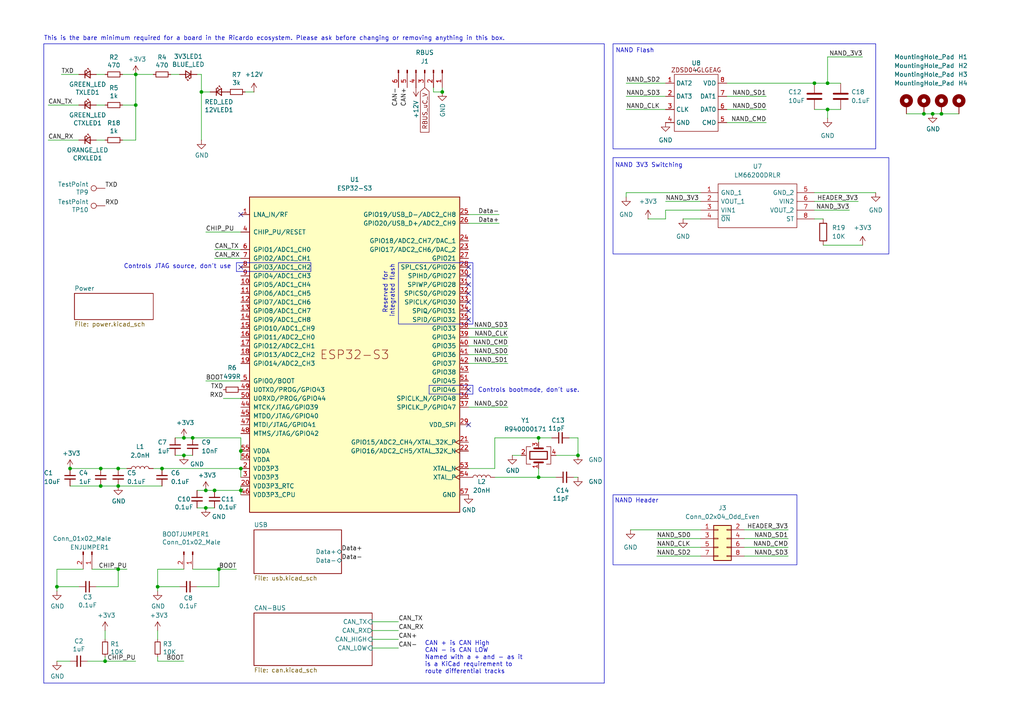
<source format=kicad_sch>
(kicad_sch (version 20231120) (generator "eeschema") (generator_version "8.0")
  (paper "A4")
  (lib_symbols
    (symbol "Connector:Conn_01x02_Male" (pin_names (offset 1.016) hide)
      (property "Reference" "J" (at 0 2.54 0))
      (property "Value" "Conn_01x02_Male" (at 0 -5.08 0))
      (symbol "Conn_01x02_Male_1_1"
        (polyline (pts (xy 1.27 -2.54) (xy 0.8636 -2.54)) (stroke (width 0.1524)))
        (polyline (pts (xy 1.27 0) (xy 0.8636 0)) (stroke (width 0.1524)))
        (rectangle (start 0.8636 -2.413) (end 0 -2.667) (stroke (width 0.1524)) (fill (type outline)))
        (rectangle (start 0.8636 0.127) (end 0 -0.127) (stroke (width 0.1524)) (fill (type outline)))
        (pin passive line (at 5.08 0 180) (length 3.81) (name "Pin_1") (number "1"))
        (pin passive line (at 5.08 -2.54 180) (length 3.81) (name "Pin_2") (number "2"))
      )
    )
    (symbol "Connector:Conn_01x06_Male" (pin_names (offset 1.016) hide)
      (property "Reference" "J" (at 0 7.62 0))
      (property "Value" "Conn_01x06_Male" (at 0 -10.16 0))
      (symbol "Conn_01x06_Male_1_1"
        (polyline (pts (xy 1.27 -7.62) (xy 0.8636 -7.62)) (stroke (width 0.1524)))
        (polyline (pts (xy 1.27 -5.08) (xy 0.8636 -5.08)) (stroke (width 0.1524)))
        (polyline (pts (xy 1.27 -2.54) (xy 0.8636 -2.54)) (stroke (width 0.1524)))
        (polyline (pts (xy 1.27 0) (xy 0.8636 0)) (stroke (width 0.1524)))
        (polyline (pts (xy 1.27 2.54) (xy 0.8636 2.54)) (stroke (width 0.1524)))
        (polyline (pts (xy 1.27 5.08) (xy 0.8636 5.08)) (stroke (width 0.1524)))
        (rectangle (start 0.8636 -7.493) (end 0 -7.747) (stroke (width 0.1524)) (fill (type outline)))
        (rectangle (start 0.8636 -4.953) (end 0 -5.207) (stroke (width 0.1524)) (fill (type outline)))
        (rectangle (start 0.8636 -2.413) (end 0 -2.667) (stroke (width 0.1524)) (fill (type outline)))
        (rectangle (start 0.8636 0.127) (end 0 -0.127) (stroke (width 0.1524)) (fill (type outline)))
        (rectangle (start 0.8636 2.667) (end 0 2.413) (stroke (width 0.1524)) (fill (type outline)))
        (rectangle (start 0.8636 5.207) (end 0 4.953) (stroke (width 0.1524)) (fill (type outline)))
        (pin passive line (at 5.08 5.08 180) (length 3.81) (name "Pin_1") (number "1"))
        (pin passive line (at 5.08 2.54 180) (length 3.81) (name "Pin_2") (number "2"))
        (pin passive line (at 5.08 0 180) (length 3.81) (name "Pin_3") (number "3"))
        (pin passive line (at 5.08 -2.54 180) (length 3.81) (name "Pin_4") (number "4"))
        (pin passive line (at 5.08 -5.08 180) (length 3.81) (name "Pin_5") (number "5"))
        (pin passive line (at 5.08 -7.62 180) (length 3.81) (name "Pin_6") (number "6"))
      )
    )
    (symbol "Connector:TestPoint" (pin_numbers hide) (pin_names (offset 0.762) hide)
      (property "Reference" "TP" (at 0 6.858 0))
      (property "Value" "TestPoint" (at 0 5.08 0))
      (symbol "TestPoint_0_1"
        (circle (center 0 3.302) (radius 0.762))
      )
      (symbol "TestPoint_1_1"
        (pin passive line (at 0 0 90) (length 2.54) (name "1") (number "1"))
      )
    )
    (symbol "Connector_Generic:Conn_02x04_Odd_Even" (pin_names (offset 1.016) hide)
      (property "Reference" "J" (at 1.27 5.08 0))
      (property "Value" "Conn_02x04_Odd_Even" (at 1.27 -7.62 0))
      (symbol "Conn_02x04_Odd_Even_1_1"
        (rectangle (start -1.27 -4.953) (end 0 -5.207) (stroke (width 0.1524)))
        (rectangle (start -1.27 -2.413) (end 0 -2.667) (stroke (width 0.1524)))
        (rectangle (start -1.27 0.127) (end 0 -0.127) (stroke (width 0.1524)))
        (rectangle (start -1.27 2.667) (end 0 2.413) (stroke (width 0.1524)))
        (rectangle (start -1.27 3.81) (end 3.81 -6.35) (stroke (width 0.254)) (fill (type background)))
        (rectangle (start 3.81 -4.953) (end 2.54 -5.207) (stroke (width 0.1524)))
        (rectangle (start 3.81 -2.413) (end 2.54 -2.667) (stroke (width 0.1524)))
        (rectangle (start 3.81 0.127) (end 2.54 -0.127) (stroke (width 0.1524)))
        (rectangle (start 3.81 2.667) (end 2.54 2.413) (stroke (width 0.1524)))
        (pin passive line (at -5.08 2.54 0) (length 3.81) (name "Pin_1") (number "1"))
        (pin passive line (at 7.62 2.54 180) (length 3.81) (name "Pin_2") (number "2"))
        (pin passive line (at -5.08 0 0) (length 3.81) (name "Pin_3") (number "3"))
        (pin passive line (at 7.62 0 180) (length 3.81) (name "Pin_4") (number "4"))
        (pin passive line (at -5.08 -2.54 0) (length 3.81) (name "Pin_5") (number "5"))
        (pin passive line (at 7.62 -2.54 180) (length 3.81) (name "Pin_6") (number "6"))
        (pin passive line (at -5.08 -5.08 0) (length 3.81) (name "Pin_7") (number "7"))
        (pin passive line (at 7.62 -5.08 180) (length 3.81) (name "Pin_8") (number "8"))
      )
    )
    (symbol "Device:C" (pin_numbers hide) (pin_names (offset 0.254))
      (property "Reference" "C" (at 0.635 2.54 0))
      (property "Value" "C" (at 0.635 -2.54 0))
      (symbol "C_0_1"
        (polyline (pts (xy -2.032 -0.762) (xy 2.032 -0.762)) (stroke (width 0.508)))
        (polyline (pts (xy -2.032 0.762) (xy 2.032 0.762)) (stroke (width 0.508)))
      )
      (symbol "C_1_1"
        (pin passive line (at 0 3.81 270) (length 2.794) (name "~") (number "1"))
        (pin passive line (at 0 -3.81 90) (length 2.794) (name "~") (number "2"))
      )
    )
    (symbol "Device:C_Small" (pin_numbers hide) (pin_names (offset 0.254) hide)
      (property "Reference" "C" (at 0.254 1.778 0))
      (property "Value" "C_Small" (at 0.254 -2.032 0))
      (symbol "C_Small_0_1"
        (polyline (pts (xy -1.524 -0.508) (xy 1.524 -0.508)) (stroke (width 0.3302)))
        (polyline (pts (xy -1.524 0.508) (xy 1.524 0.508)) (stroke (width 0.3048)))
      )
      (symbol "C_Small_1_1"
        (pin passive line (at 0 2.54 270) (length 2.032) (name "~") (number "1"))
        (pin passive line (at 0 -2.54 90) (length 2.032) (name "~") (number "2"))
      )
    )
    (symbol "Device:Crystal_GND24" (pin_names (offset 1.016) hide)
      (property "Reference" "Y" (at 3.175 5.08 0))
      (property "Value" "Crystal_GND24" (at 3.175 3.175 0))
      (symbol "Crystal_GND24_0_1"
        (rectangle (start -1.143 2.54) (end 1.143 -2.54) (stroke (width 0.3048)))
        (polyline (pts (xy -2.54 0) (xy -2.032 0)))
        (polyline (pts (xy -2.032 -1.27) (xy -2.032 1.27)) (stroke (width 0.508)))
        (polyline (pts (xy 0 -3.81) (xy 0 -3.556)))
        (polyline (pts (xy 0 3.556) (xy 0 3.81)))
        (polyline (pts (xy 2.032 -1.27) (xy 2.032 1.27)) (stroke (width 0.508)))
        (polyline (pts (xy 2.032 0) (xy 2.54 0)))
        (polyline (pts (xy -2.54 -2.286) (xy -2.54 -3.556) (xy 2.54 -3.556) (xy 2.54 -2.286)))
        (polyline (pts (xy -2.54 2.286) (xy -2.54 3.556) (xy 2.54 3.556) (xy 2.54 2.286)))
      )
      (symbol "Crystal_GND24_1_1"
        (pin passive line (at -3.81 0 0) (length 1.27) (name "1") (number "1"))
        (pin passive line (at 0 5.08 270) (length 1.27) (name "2") (number "2"))
        (pin passive line (at 3.81 0 180) (length 1.27) (name "3") (number "3"))
        (pin passive line (at 0 -5.08 90) (length 1.27) (name "4") (number "4"))
      )
    )
    (symbol "Device:L" (pin_numbers hide) (pin_names (offset 1.016) hide)
      (property "Reference" "L" (at -1.27 0 90))
      (property "Value" "L" (at 1.905 0 90))
      (symbol "L_0_1"
        (arc (start 0 -2.54) (mid 0.6323 -1.905) (end 0 -1.27))
        (arc (start 0 -1.27) (mid 0.6323 -0.635) (end 0 0))
        (arc (start 0 0) (mid 0.6323 0.635) (end 0 1.27))
        (arc (start 0 1.27) (mid 0.6323 1.905) (end 0 2.54))
      )
      (symbol "L_1_1"
        (pin passive line (at 0 3.81 270) (length 1.27) (name "1") (number "1"))
        (pin passive line (at 0 -3.81 90) (length 1.27) (name "2") (number "2"))
      )
    )
    (symbol "Device:LED_Small" (pin_numbers hide) (pin_names (offset 0.254) hide)
      (property "Reference" "D" (at -1.27 3.175 0))
      (property "Value" "LED_Small" (at -4.445 -2.54 0))
      (symbol "LED_Small_0_1"
        (polyline (pts (xy -0.762 -1.016) (xy -0.762 1.016)) (stroke (width 0.254)))
        (polyline (pts (xy 1.016 0) (xy -0.762 0)))
        (polyline (pts (xy 0.762 -1.016) (xy -0.762 0) (xy 0.762 1.016) (xy 0.762 -1.016)) (stroke (width 0.254)))
        (polyline (pts (xy 0 0.762) (xy -0.508 1.27) (xy -0.254 1.27) (xy -0.508 1.27) (xy -0.508 1.016)))
        (polyline (pts (xy 0.508 1.27) (xy 0 1.778) (xy 0.254 1.778) (xy 0 1.778) (xy 0 1.524)))
      )
      (symbol "LED_Small_1_1"
        (pin passive line (at -2.54 0 0) (length 1.778) (name "K") (number "1"))
        (pin passive line (at 2.54 0 180) (length 1.778) (name "A") (number "2"))
      )
    )
    (symbol "Device:R" (pin_numbers hide) (pin_names (offset 0))
      (property "Reference" "R" (at 2.032 0 90))
      (property "Value" "R" (at 0 0 90))
      (symbol "R_0_1"
        (rectangle (start -1.016 -2.54) (end 1.016 2.54) (stroke (width 0.254)))
      )
      (symbol "R_1_1"
        (pin passive line (at 0 3.81 270) (length 1.27) (name "~") (number "1"))
        (pin passive line (at 0 -3.81 90) (length 1.27) (name "~") (number "2"))
      )
    )
    (symbol "Device:R_Small" (pin_numbers hide) (pin_names (offset 0.254) hide)
      (property "Reference" "R" (at 0.762 0.508 0))
      (property "Value" "R_Small" (at 0.762 -1.016 0))
      (symbol "R_Small_0_1"
        (rectangle (start -0.762 1.778) (end 0.762 -1.778) (stroke (width 0.2032)))
      )
      (symbol "R_Small_1_1"
        (pin passive line (at 0 2.54 270) (length 0.762) (name "~") (number "1"))
        (pin passive line (at 0 -2.54 90) (length 0.762) (name "~") (number "2"))
      )
    )
    (symbol "Espressif:ESP32-S3" (pin_names (offset 1.016))
      (property "Reference" "U" (at 0 48.26 0))
      (property "Value" "ESP32-S3" (at 0 -48.26 0))
      (symbol "ESP32-S3_0_0"
        (text "ESP32-S3" (at 0 0 0) (effects (font (size 2.54 2.54))))
        (pin bidirectional line (at 33.02 -12.7 180) (length 2.54) (name "SPICLK_N/GPIO48") (number "36"))
        (pin bidirectional line (at 33.02 -15.24 180) (length 2.54) (name "SPICLK_P/GPIO47") (number "37"))
      )
      (symbol "ESP32-S3_0_1"
        (rectangle (start -30.48 45.72) (end 30.48 -45.72) (stroke (width 0.254)) (fill (type background)))
      )
      (symbol "ESP32-S3_1_1"
        (pin bidirectional line (at -33.02 40.64 0) (length 2.54) (name "LNA_IN/RF") (number "1"))
        (pin bidirectional line (at -33.02 20.32 0) (length 2.54) (name "GPIO5/ADC1_CH4") (number "10"))
        (pin bidirectional line (at -33.02 17.78 0) (length 2.54) (name "GPIO6/ADC1_CH5") (number "11"))
        (pin bidirectional line (at -33.02 15.24 0) (length 2.54) (name "GPIO7/ADC1_CH6") (number "12"))
        (pin bidirectional line (at -33.02 12.7 0) (length 2.54) (name "GPIO8/ADC1_CH7") (number "13"))
        (pin bidirectional line (at -33.02 10.16 0) (length 2.54) (name "GPIO9/ADC1_CH8") (number "14"))
        (pin bidirectional line (at -33.02 7.62 0) (length 2.54) (name "GPIO10/ADC1_CH9") (number "15"))
        (pin bidirectional line (at -33.02 5.08 0) (length 2.54) (name "GPIO11/ADC2_CH0") (number "16"))
        (pin bidirectional line (at -33.02 2.54 0) (length 2.54) (name "GPIO12/ADC2_CH1") (number "17"))
        (pin bidirectional line (at -33.02 0 0) (length 2.54) (name "GPIO13/ADC2_CH2") (number "18"))
        (pin bidirectional line (at -33.02 -2.54 0) (length 2.54) (name "GPIO14/ADC2_CH3") (number "19"))
        (pin power_in line (at -33.02 -33.02 0) (length 2.54) (name "VDD3P3") (number "2"))
        (pin power_in line (at -33.02 -38.1 0) (length 2.54) (name "VDD3P3_RTC") (number "20"))
        (pin input clock (at 33.02 -25.4 180) (length 2.54) (name "GPIO15/ADC2_CH4/XTAL_32K_P") (number "21"))
        (pin output clock (at 33.02 -27.94 180) (length 2.54) (name "GPIO16/ADC2_CH5/XTAL_32K_N") (number "22"))
        (pin bidirectional line (at 33.02 30.48 180) (length 2.54) (name "GPIO17/ADC2_CH6/DAC_2") (number "23"))
        (pin bidirectional line (at 33.02 33.02 180) (length 2.54) (name "GPIO18/ADC2_CH7/DAC_1") (number "24"))
        (pin bidirectional line (at 33.02 40.64 180) (length 2.54) (name "GPIO19/USB_D-/ADC2_CH8") (number "25"))
        (pin bidirectional line (at 33.02 38.1 180) (length 2.54) (name "GPIO20/USB_D+/ADC2_CH9") (number "26"))
        (pin bidirectional line (at 33.02 27.94 180) (length 2.54) (name "GPIO21") (number "27"))
        (pin bidirectional line (at 33.02 25.4 180) (length 2.54) (name "SPI_CS1/GPIO26") (number "28"))
        (pin power_out line (at 33.02 -20.32 180) (length 2.54) (name "VDD_SPI") (number "29"))
        (pin power_in line (at -33.02 -35.56 0) (length 2.54) (name "VDD3P3") (number "3"))
        (pin bidirectional line (at 33.02 22.86 180) (length 2.54) (name "SPIHD/GPIO27") (number "30"))
        (pin bidirectional line (at 33.02 20.32 180) (length 2.54) (name "SPIWP/GPIO28") (number "31"))
        (pin bidirectional line (at 33.02 17.78 180) (length 2.54) (name "SPICS0/GPIO29") (number "32"))
        (pin bidirectional line (at 33.02 15.24 180) (length 2.54) (name "SPICLK/GPIO30") (number "33"))
        (pin bidirectional line (at 33.02 12.7 180) (length 2.54) (name "SPIQ/GPIO31") (number "34"))
        (pin bidirectional line (at 33.02 10.16 180) (length 2.54) (name "SPID/GPIO32") (number "35"))
        (pin bidirectional line (at 33.02 7.62 180) (length 2.54) (name "GPIO33") (number "38"))
        (pin bidirectional line (at 33.02 5.08 180) (length 2.54) (name "GPIO34") (number "39"))
        (pin input line (at -33.02 35.56 0) (length 2.54) (name "CHIP_PU/RESET") (number "4"))
        (pin bidirectional line (at 33.02 2.54 180) (length 2.54) (name "GPIO35") (number "40"))
        (pin bidirectional line (at 33.02 0 180) (length 2.54) (name "GPIO36") (number "41"))
        (pin bidirectional line (at 33.02 -2.54 180) (length 2.54) (name "GPIO37") (number "42"))
        (pin bidirectional line (at 33.02 -5.08 180) (length 2.54) (name "GPIO38") (number "43"))
        (pin bidirectional line (at -33.02 -15.24 0) (length 2.54) (name "MTCK/JTAG/GPIO39") (number "44"))
        (pin bidirectional line (at -33.02 -17.78 0) (length 2.54) (name "MTDO/JTAG/GPIO40") (number "45"))
        (pin power_in line (at -33.02 -40.64 0) (length 2.54) (name "VDD3P3_CPU") (number "46"))
        (pin bidirectional line (at -33.02 -20.32 0) (length 2.54) (name "MTDI/JTAG/GPIO41") (number "47"))
        (pin bidirectional line (at -33.02 -22.86 0) (length 2.54) (name "MTMS/JTAG/GPIO42") (number "48"))
        (pin bidirectional line (at -33.02 -10.16 0) (length 2.54) (name "U0TXD/PROG/GPIO43") (number "49"))
        (pin bidirectional line (at -33.02 -7.62 0) (length 2.54) (name "GPIO0/BOOT") (number "5"))
        (pin bidirectional line (at -33.02 -12.7 0) (length 2.54) (name "U0RXD/PROG/GPIO44") (number "50"))
        (pin bidirectional line (at 33.02 -7.62 180) (length 2.54) (name "GPIO45") (number "51"))
        (pin bidirectional line (at 33.02 -10.16 180) (length 2.54) (name "GPIO46") (number "52"))
        (pin input clock (at 33.02 -33.02 180) (length 2.54) (name "XTAL_N") (number "53"))
        (pin output clock (at 33.02 -35.56 180) (length 2.54) (name "XTAL_P") (number "54"))
        (pin power_in line (at -33.02 -27.94 0) (length 2.54) (name "VDDA") (number "55"))
        (pin power_in line (at -33.02 -30.48 0) (length 2.54) (name "VDDA") (number "56"))
        (pin power_in line (at 33.02 -40.64 180) (length 2.54) (name "GND") (number "57"))
        (pin bidirectional line (at -33.02 30.48 0) (length 2.54) (name "GPIO1/ADC1_CH0") (number "6"))
        (pin bidirectional line (at -33.02 27.94 0) (length 2.54) (name "GPIO2/ADC1_CH1") (number "7"))
        (pin bidirectional line (at -33.02 25.4 0) (length 2.54) (name "GPIO3/ADC1_CH2") (number "8"))
        (pin bidirectional line (at -33.02 22.86 0) (length 2.54) (name "GPIO4/ADC1_CH3") (number "9"))
      )
    )
    (symbol "Mechanical:MountingHole_Pad" (pin_numbers hide) (pin_names (offset 1.016) hide) (exclude_from_sim yes) (in_bom no)
      (property "Reference" "H" (at 0 6.35 0))
      (property "Value" "MountingHole_Pad" (at 0 4.445 0))
      (symbol "MountingHole_Pad_0_1"
        (circle (center 0 1.27) (radius 1.27) (stroke (width 1.27)))
      )
      (symbol "MountingHole_Pad_1_1"
        (pin input line (at 0 -2.54 90) (length 2.54) (name "1") (number "1"))
      )
    )
    (symbol "iclr:LM66200DRLR" (pin_names (offset 0.762))
      (property "Reference" "U" (at 29.21 7.62 0))
      (property "Value" "LM66200DRLR" (at 29.21 5.08 0))
      (symbol "LM66200DRLR_0_0"
        (pin passive line (at 0 0 0) (length 5.08) (name "GND_1") (number "1"))
        (pin passive line (at 0 -2.54 0) (length 5.08) (name "VOUT_1") (number "2"))
        (pin passive line (at 0 -5.08 0) (length 5.08) (name "VIN1") (number "3"))
        (pin passive line (at 0 -7.62 0) (length 5.08) (name "~{ON}") (number "4"))
        (pin passive line (at 33.02 0 180) (length 5.08) (name "GND_2") (number "5"))
        (pin passive line (at 33.02 -2.54 180) (length 5.08) (name "VIN2") (number "6"))
        (pin passive line (at 33.02 -5.08 180) (length 5.08) (name "VOUT_2") (number "7"))
        (pin passive line (at 33.02 -7.62 180) (length 5.08) (name "ST") (number "8"))
      )
      (symbol "LM66200DRLR_0_1"
        (polyline (pts (xy 5.08 2.54) (xy 27.94 2.54) (xy 27.94 -10.16) (xy 5.08 -10.16) (xy 5.08 2.54)) (stroke (width 0.1524)))
      )
    )
    (symbol "iclr:ZDSD04GLGEAG"
      (property "Reference" "U" (at 0 3.81 0))
      (symbol "ZDSD04GLGEAG_0_1"
        (rectangle (start -6.35 0) (end 6.35 -16.51))
      )
      (symbol "ZDSD04GLGEAG_1_1"
        (text "ZDSD04GLGEAG" (at 0 1.27 0) (effects (font (size 1.27 1.27))))
        (pin bidirectional line (at -8.89 -2.54 0) (length 2.54) (name "DAT2") (number "1"))
        (pin bidirectional line (at -8.89 -6.35 0) (length 2.54) (name "DAT3") (number "2"))
        (pin input line (at -8.89 -10.16 0) (length 2.54) (name "CLK") (number "3"))
        (pin input line (at -8.89 -13.97 0) (length 2.54) (name "GND") (number "4"))
        (pin input line (at 8.89 -13.97 180) (length 2.54) (name "CMD") (number "5"))
        (pin bidirectional line (at 8.89 -10.16 180) (length 2.54) (name "DAT0") (number "6"))
        (pin bidirectional line (at 8.89 -6.35 180) (length 2.54) (name "DAT1") (number "7"))
        (pin input line (at 8.89 -2.54 180) (length 2.54) (name "VDD") (number "8"))
      )
    )
    (symbol "power:+12V" (power) (pin_numbers hide) (pin_names (offset 0) hide)
      (property "Value" "+12V" (at 0 3.556 0))
      (symbol "+12V_0_1"
        (polyline (pts (xy -0.762 1.27) (xy 0 2.54)))
        (polyline (pts (xy 0 0) (xy 0 2.54)))
        (polyline (pts (xy 0 2.54) (xy 0.762 1.27)))
      )
      (symbol "+12V_1_1"
        (pin power_in line (at 0 0 90) (length 0) (name "~") (number "1"))
      )
    )
    (symbol "power:+3.3V" (power) (pin_numbers hide) (pin_names (offset 0) hide)
      (property "Value" "+3.3V" (at 0 3.556 0))
      (symbol "+3.3V_0_1"
        (polyline (pts (xy -0.762 1.27) (xy 0 2.54)))
        (polyline (pts (xy 0 0) (xy 0 2.54)))
        (polyline (pts (xy 0 2.54) (xy 0.762 1.27)))
      )
      (symbol "+3.3V_1_1"
        (pin power_in line (at 0 0 90) (length 0) (name "~") (number "1"))
      )
    )
    (symbol "power:GND" (power) (pin_numbers hide) (pin_names (offset 0) hide)
      (property "Value" "GND" (at 0 -3.81 0))
      (symbol "GND_0_1"
        (polyline (pts (xy 0 0) (xy 0 -1.27) (xy 1.27 -1.27) (xy 0 -2.54) (xy -1.27 -1.27) (xy 0 -1.27)))
      )
      (symbol "GND_1_1"
        (pin power_in line (at 0 0 270) (length 0) (name "~") (number "1"))
      )
    )
  )
  (junction (at 39.37 21.59))
  (junction (at 59.69 142.24))
  (junction (at 236.22 24.13))
  (junction (at 53.34 127))
  (junction (at 58.42 26.67))
  (junction (at 39.37 30.48))
  (junction (at 240.03 31.75))
  (junction (at 30.48 191.77))
  (junction (at 240.03 24.13))
  (junction (at 69.85 142.24))
  (junction (at 55.88 127))
  (junction (at 63.5 165.1))
  (junction (at 59.69 147.32))
  (junction (at 62.23 142.24))
  (junction (at 34.29 135.89))
  (junction (at 20.32 135.89))
  (junction (at 45.72 170.18))
  (junction (at 29.21 135.89))
  (junction (at 34.29 140.97))
  (junction (at 156.21 127))
  (junction (at 273.05 33.02))
  (junction (at 53.34 132.08))
  (junction (at 156.21 138.43))
  (junction (at 69.85 130.81))
  (junction (at 29.21 140.97))
  (junction (at 16.51 170.18))
  (junction (at 270.51 33.02))
  (junction (at 267.97 33.02))
  (junction (at 167.64 132.08))
  (junction (at 46.99 135.89))
  (junction (at 128.27 26.67))
  (junction (at 34.29 165.1))
  (junction (at 69.85 135.89))
  (no_connect (at 135.89 77.47))
  (no_connect (at 135.89 87.63))
  (no_connect (at 135.89 85.09))
  (no_connect (at 135.89 90.17))
  (no_connect (at 135.89 80.01))
  (no_connect (at 135.89 92.71))
  (no_connect (at 69.85 77.47))
  (no_connect (at 69.85 62.23))
  (no_connect (at 135.89 113.03))
  (no_connect (at 135.89 82.55))
  (no_connect (at 135.89 123.19))
  (wire (pts (xy 236.22 55.88) (xy 254 55.88)))
  (wire (pts (xy 181.61 24.13) (xy 193.04 24.13)))
  (wire (pts (xy 30.48 191.77) (xy 30.48 190.5)))
  (wire (pts (xy 135.89 62.23) (xy 144.78 62.23)))
  (wire (pts (xy 210.82 35.56) (xy 222.25 35.56)))
  (wire (pts (xy 69.85 135.89) (xy 69.85 138.43)))
  (polyline (pts (xy 90.17 78.74) (xy 68.58 78.74)))
  (wire (pts (xy 63.5 170.18) (xy 63.5 165.1)))
  (polyline (pts (xy 68.58 76.2) (xy 68.58 78.74)))
  (wire (pts (xy 60.96 26.67) (xy 58.42 26.67)))
  (wire (pts (xy 16.51 191.77) (xy 20.32 191.77)))
  (wire (pts (xy 240.03 16.51) (xy 240.03 24.13)))
  (wire (pts (xy 181.61 31.75) (xy 193.04 31.75)))
  (wire (pts (xy 107.95 180.34) (xy 115.57 180.34)))
  (wire (pts (xy 128.27 25.4) (xy 128.27 26.67)))
  (wire (pts (xy 215.9 153.67) (xy 228.6 153.67)))
  (wire (pts (xy 181.61 27.94) (xy 193.04 27.94)))
  (wire (pts (xy 160.02 127) (xy 156.21 127)))
  (wire (pts (xy 181.61 55.88) (xy 181.61 57.15)))
  (wire (pts (xy 35.56 30.48) (xy 39.37 30.48)))
  (wire (pts (xy 45.72 165.1) (xy 53.34 165.1)))
  (wire (pts (xy 125.73 26.67) (xy 128.27 26.67)))
  (wire (pts (xy 135.89 95.25) (xy 147.32 95.25)))
  (wire (pts (xy 58.42 21.59) (xy 57.15 21.59)))
  (wire (pts (xy 29.21 135.89) (xy 34.29 135.89)))
  (wire (pts (xy 135.89 105.41) (xy 147.32 105.41)))
  (wire (pts (xy 236.22 60.96) (xy 246.38 60.96)))
  (wire (pts (xy 210.82 24.13) (xy 236.22 24.13)))
  (wire (pts (xy 143.51 138.43) (xy 156.21 138.43)))
  (wire (pts (xy 59.69 110.49) (xy 69.85 110.49)))
  (polyline (pts (xy 12.7 12.7) (xy 12.7 198.12)))
  (wire (pts (xy 267.97 33.02) (xy 262.89 33.02)))
  (wire (pts (xy 215.9 156.21) (xy 228.6 156.21)))
  (wire (pts (xy 16.51 170.18) (xy 16.51 171.45)))
  (wire (pts (xy 57.15 170.18) (xy 63.5 170.18)))
  (polyline (pts (xy 137.16 111.76) (xy 137.16 114.3)))
  (wire (pts (xy 68.58 165.1) (xy 63.5 165.1)))
  (wire (pts (xy 236.22 31.75) (xy 240.03 31.75)))
  (wire (pts (xy 182.88 153.67) (xy 203.2 153.67)))
  (wire (pts (xy 135.89 97.79) (xy 147.32 97.79)))
  (wire (pts (xy 27.94 21.59) (xy 30.48 21.59)))
  (wire (pts (xy 135.89 100.33) (xy 147.32 100.33)))
  (wire (pts (xy 16.51 165.1) (xy 16.51 170.18)))
  (wire (pts (xy 161.29 132.08) (xy 167.64 132.08)))
  (wire (pts (xy 30.48 182.88) (xy 30.48 185.42)))
  (wire (pts (xy 57.15 147.32) (xy 59.69 147.32)))
  (polyline (pts (xy 68.58 76.2) (xy 90.17 76.2)))
  (wire (pts (xy 34.29 135.89) (xy 36.83 135.89)))
  (wire (pts (xy 69.85 142.24) (xy 69.85 143.51)))
  (wire (pts (xy 240.03 16.51) (xy 250.19 16.51)))
  (wire (pts (xy 62.23 142.24) (xy 69.85 142.24)))
  (wire (pts (xy 187.96 63.5) (xy 193.04 63.5)))
  (wire (pts (xy 210.82 27.94) (xy 222.25 27.94)))
  (wire (pts (xy 64.77 115.57) (xy 69.85 115.57)))
  (wire (pts (xy 53.34 132.08) (xy 55.88 132.08)))
  (wire (pts (xy 143.51 135.89) (xy 143.51 127)))
  (wire (pts (xy 156.21 127) (xy 156.21 128.27)))
  (wire (pts (xy 34.29 165.1) (xy 36.83 165.1)))
  (wire (pts (xy 50.8 132.08) (xy 53.34 132.08)))
  (polyline (pts (xy 124.46 111.76) (xy 124.46 114.3)))
  (wire (pts (xy 35.56 40.64) (xy 39.37 40.64)))
  (wire (pts (xy 236.22 24.13) (xy 240.03 24.13)))
  (polyline (pts (xy 12.7 12.7) (xy 175.26 12.7)))
  (wire (pts (xy 39.37 30.48) (xy 39.37 40.64)))
  (wire (pts (xy 44.45 135.89) (xy 46.99 135.89)))
  (wire (pts (xy 69.85 130.81) (xy 69.85 133.35)))
  (wire (pts (xy 39.37 30.48) (xy 39.37 21.59)))
  (wire (pts (xy 193.04 60.96) (xy 203.2 60.96)))
  (wire (pts (xy 22.86 170.18) (xy 16.51 170.18)))
  (wire (pts (xy 27.94 40.64) (xy 30.48 40.64)))
  (wire (pts (xy 240.03 31.75) (xy 243.84 31.75)))
  (wire (pts (xy 50.8 127) (xy 53.34 127)))
  (wire (pts (xy 193.04 63.5) (xy 193.04 60.96)))
  (wire (pts (xy 17.78 21.59) (xy 22.86 21.59)))
  (wire (pts (xy 13.97 30.48) (xy 22.86 30.48)))
  (wire (pts (xy 52.07 170.18) (xy 45.72 170.18)))
  (wire (pts (xy 278.13 33.02) (xy 273.05 33.02)))
  (wire (pts (xy 190.5 161.29) (xy 203.2 161.29)))
  (wire (pts (xy 29.21 140.97) (xy 34.29 140.97)))
  (wire (pts (xy 35.56 21.59) (xy 39.37 21.59)))
  (wire (pts (xy 55.88 127) (xy 69.85 127)))
  (wire (pts (xy 107.95 187.96) (xy 115.57 187.96)))
  (wire (pts (xy 107.95 182.88) (xy 115.57 182.88)))
  (wire (pts (xy 69.85 127) (xy 69.85 130.81)))
  (wire (pts (xy 240.03 24.13) (xy 243.84 24.13)))
  (polyline (pts (xy 137.16 114.3) (xy 124.46 114.3)))
  (wire (pts (xy 55.88 165.1) (xy 63.5 165.1)))
  (wire (pts (xy 125.73 25.4) (xy 125.73 26.67)))
  (wire (pts (xy 25.4 191.77) (xy 30.48 191.77)))
  (wire (pts (xy 273.05 33.02) (xy 270.51 33.02)))
  (wire (pts (xy 135.89 135.89) (xy 143.51 135.89)))
  (wire (pts (xy 45.72 170.18) (xy 45.72 171.45)))
  (wire (pts (xy 45.72 191.77) (xy 45.72 190.5)))
  (wire (pts (xy 62.23 72.39) (xy 69.85 72.39)))
  (wire (pts (xy 49.53 21.59) (xy 52.07 21.59)))
  (wire (pts (xy 240.03 31.75) (xy 240.03 34.29)))
  (wire (pts (xy 148.59 132.08) (xy 151.13 132.08)))
  (wire (pts (xy 215.9 158.75) (xy 228.6 158.75)))
  (wire (pts (xy 210.82 31.75) (xy 222.25 31.75)))
  (wire (pts (xy 58.42 21.59) (xy 58.42 26.67)))
  (wire (pts (xy 161.29 138.43) (xy 156.21 138.43)))
  (wire (pts (xy 236.22 63.5) (xy 238.76 63.5)))
  (wire (pts (xy 236.22 58.42) (xy 248.92 58.42)))
  (wire (pts (xy 198.12 63.5) (xy 203.2 63.5)))
  (wire (pts (xy 59.69 67.31) (xy 69.85 67.31)))
  (wire (pts (xy 62.23 74.93) (xy 69.85 74.93)))
  (wire (pts (xy 238.76 71.12) (xy 250.19 71.12)))
  (wire (pts (xy 181.61 55.88) (xy 203.2 55.88)))
  (wire (pts (xy 53.34 191.77) (xy 45.72 191.77)))
  (wire (pts (xy 58.42 26.67) (xy 58.42 40.64)))
  (wire (pts (xy 193.04 58.42) (xy 203.2 58.42)))
  (wire (pts (xy 156.21 135.89) (xy 156.21 138.43)))
  (wire (pts (xy 34.29 170.18) (xy 34.29 165.1)))
  (polyline (pts (xy 90.17 76.2) (xy 90.17 78.74)))
  (wire (pts (xy 143.51 127) (xy 156.21 127)))
  (wire (pts (xy 167.64 138.43) (xy 166.37 138.43)))
  (wire (pts (xy 135.89 102.87) (xy 147.32 102.87)))
  (wire (pts (xy 20.32 135.89) (xy 29.21 135.89)))
  (wire (pts (xy 190.5 158.75) (xy 203.2 158.75)))
  (wire (pts (xy 215.9 161.29) (xy 228.6 161.29)))
  (wire (pts (xy 167.64 127) (xy 167.64 132.08)))
  (wire (pts (xy 190.5 156.21) (xy 203.2 156.21)))
  (wire (pts (xy 13.97 40.64) (xy 22.86 40.64)))
  (wire (pts (xy 39.37 21.59) (xy 44.45 21.59)))
  (polyline (pts (xy 124.46 111.76) (xy 137.16 111.76)))
  (wire (pts (xy 59.69 147.32) (xy 62.23 147.32)))
  (wire (pts (xy 30.48 191.77) (xy 39.37 191.77)))
  (wire (pts (xy 270.51 33.02) (xy 267.97 33.02)))
  (wire (pts (xy 107.95 185.42) (xy 115.57 185.42)))
  (wire (pts (xy 53.34 127) (xy 55.88 127)))
  (wire (pts (xy 73.66 26.67) (xy 71.12 26.67)))
  (wire (pts (xy 46.99 135.89) (xy 69.85 135.89)))
  (polyline (pts (xy 175.26 12.7) (xy 175.26 198.12)))
  (wire (pts (xy 135.89 118.11) (xy 147.32 118.11)))
  (wire (pts (xy 27.94 30.48) (xy 30.48 30.48)))
  (wire (pts (xy 34.29 140.97) (xy 46.99 140.97)))
  (wire (pts (xy 135.89 64.77) (xy 144.78 64.77)))
  (wire (pts (xy 27.94 170.18) (xy 34.29 170.18)))
  (wire (pts (xy 45.72 165.1) (xy 45.72 170.18)))
  (wire (pts (xy 59.69 142.24) (xy 62.23 142.24)))
  (wire (pts (xy 57.15 142.24) (xy 59.69 142.24)))
  (wire (pts (xy 20.32 140.97) (xy 29.21 140.97)))
  (wire (pts (xy 69.85 142.24) (xy 69.85 140.97)))
  (wire (pts (xy 167.64 127) (xy 165.1 127)))
  (wire (pts (xy 26.67 165.1) (xy 34.29 165.1)))
  (wire (pts (xy 45.72 182.88) (xy 45.72 185.42)))
  (wire (pts (xy 16.51 165.1) (xy 24.13 165.1)))
  (polyline (pts (xy 175.26 198.12) (xy 12.7 198.12)))
  (rectangle (start 177.8 143.51) (end 231.14 163.83))
  (rectangle (start 115.57 76.2) (end 137.16 93.98))
  (rectangle (start 177.8 45.72) (end 257.81 73.66))
  (rectangle (start 177.8 12.7) (end 254 43.18))
  (text "Controls bootmode, don't use.\n" (at 138.5894 113.9757 0) (effects (font (size 1.27 1.27)) (justify left bottom)))
  (text "NAND Flash" (at 184.15 14.732 0) (effects (font (size 1.27 1.27))))
  (text "This is the bare minimum required for a board in the Ricardo ecosystem. Please ask before changing or removing anything in this box.\n\n" (at 12.7 13.97 0) (effects (font (size 1.27 1.27)) (justify left bottom)))
  (text "CAN + is CAN High\nCAN - is CAN LOW\nNamed with a + and - as it\nis a KiCad requirement to\nroute differential tracks\n" (at 123.19 195.58 0) (effects (font (size 1.27 1.27)) (justify left bottom)))
  (text "NAND 3V3 Switching" (at 188.214 48.006 0) (effects (font (size 1.27 1.27))))
  (text "Controls JTAG source, don't use\n" (at 67.0857 78.0878 0) (effects (font (size 1.27 1.27)) (justify right bottom)))
  (text "Reserved for \nintegrated flash" (at 112.776 84.328 90) (effects (font (size 1.27 1.27))))
  (text "NAND Header" (at 184.658 145.288 0) (effects (font (size 1.27 1.27))))
  (label "NAND_SD3" (at 147.32 95.25 180))
  (label "NAND_SD2" (at 190.5 161.29 0))
  (label "CHIP_PU" (at 36.83 165.1 180))
  (label "CAN+" (at 115.57 185.42 0))
  (label "Data+" (at 99.06 160.02 0) (property "Netclass" "USB" (effects (hide yes))))
  (label "RXD" (at 30.48 59.69 0))
  (label "NAND_SD1" (at 147.32 105.41 180))
  (label "CAN_RX" (at 62.23 74.93 0))
  (label "NAND_SD1" (at 228.6 156.21 180))
  (label "NAND_3V3" (at 246.38 60.96 180))
  (label "Data-" (at 99.06 162.56 0) (property "Netclass" "USB" (effects (hide yes))))
  (label "BOOT" (at 53.34 191.77 180))
  (label "NAND_SD3" (at 228.6 161.29 180))
  (label "TXD" (at 30.48 54.61 0))
  (label "CAN_RX" (at 13.97 40.64 0))
  (label "NAND_CMD" (at 147.32 100.33 180))
  (label "CAN-" (at 115.57 25.4 270))
  (label "NAND_CMD" (at 222.25 35.56 180))
  (label "NAND_CLK" (at 181.61 31.75 0))
  (label "CAN+" (at 118.11 25.4 270))
  (label "CAN_TX" (at 115.57 180.34 0))
  (label "NAND_CLK" (at 190.5 158.75 0))
  (label "BOOT" (at 68.58 165.1 180))
  (label "NAND_CMD" (at 228.6 158.75 180))
  (label "CAN_TX" (at 62.23 72.39 0))
  (label "NAND_SD0" (at 190.5 156.21 0))
  (label "RXD" (at 64.77 115.57 180))
  (label "BOOT" (at 59.69 110.49 0))
  (label "TXD" (at 64.77 113.03 180))
  (label "HEADER_3V3" (at 248.92 58.42 180))
  (label "NAND_3V3" (at 193.04 58.42 0))
  (label "CAN_TX" (at 13.97 30.48 0))
  (label "NAND_SD0" (at 222.25 31.75 180))
  (label "NAND_SD0" (at 147.32 102.87 180))
  (label "NAND_3V3" (at 250.19 16.51 180))
  (label "CHIP_PU" (at 59.69 67.31 0))
  (label "NAND_CLK" (at 147.32 97.79 180))
  (label "HEADER_3V3" (at 228.6 153.67 180))
  (label "NAND_SD3" (at 181.61 27.94 0))
  (label "CAN_RX" (at 115.57 182.88 0))
  (label "Data+" (at 144.78 64.77 180))
  (label "Data-" (at 144.78 62.23 180))
  (label "CAN-" (at 115.57 187.96 0))
  (label "NAND_SD2" (at 147.32 118.11 180))
  (label "NAND_SD1" (at 222.25 27.94 180))
  (label "TXD" (at 17.78 21.59 0))
  (label "CHIP_PU" (at 39.37 191.77 180))
  (label "NAND_SD2" (at 181.61 24.13 0))
  (global_label "RBUS_uC_V" (shape input) (at 123.19 25.4 270) (property "Intersheetrefs" "${INTERSHEET_REFS}" (effects (hide yes))))
  (symbol (lib_id "power:+3.3V") (at 30.48 182.88 0) (unit 1)
    (property "Reference" "#PWR04" (effects (hide yes)))
    (property "Value" "+3V3" (at 30.861 178.4858 0))
    (property "Description" "Power symbol creates a global label with name \"+3.3V\"" (effects (hide yes)))
  )
  (symbol (lib_id "Device:R_Small") (at 30.48 187.96 0) (unit 1)
    (property "Reference" "R1" (at 31.9786 186.7916 0) (effects (justify left)))
    (property "Value" "10K" (at 31.9786 189.103 0) (effects (justify left)))
    (property "Footprint" "Resistor_SMD:R_0402_1005Metric" (effects (hide yes)))
    (property "Description" "Resistor, small symbol" (effects (hide yes)))
  )
  (symbol (lib_id "Device:C_Small") (at 22.86 191.77 270) (unit 1)
    (property "Reference" "C2" (at 22.86 185.9534 90))
    (property "Value" "1uF" (at 22.86 188.2648 90))
    (property "Footprint" "Capacitor_SMD:C_0402_1005Metric" (effects (hide yes)))
    (property "Description" "Unpolarized capacitor, small symbol" (effects (hide yes)))
  )
  (symbol (lib_id "power:GND") (at 16.51 191.77 0) (unit 1)
    (property "Reference" "#PWR02" (effects (hide yes)))
    (property "Value" "GND" (at 16.637 196.1642 0))
    (property "Description" "Power symbol creates a global label with name \"GND\" , ground" (effects (hide yes)))
  )
  (symbol (lib_id "power:+3.3V") (at 45.72 182.88 0) (unit 1)
    (property "Reference" "#PWR08" (effects (hide yes)))
    (property "Value" "+3V3" (at 46.101 178.4858 0))
    (property "Description" "Power symbol creates a global label with name \"+3.3V\"" (effects (hide yes)))
  )
  (symbol (lib_id "Device:R_Small") (at 45.72 187.96 0) (unit 1)
    (property "Reference" "R3" (at 47.2186 186.7916 0) (effects (justify left)))
    (property "Value" "10K" (at 47.2186 189.103 0) (effects (justify left)))
    (property "Footprint" "Resistor_SMD:R_0402_1005Metric" (effects (hide yes)))
    (property "Description" "Resistor, small symbol" (effects (hide yes)))
  )
  (symbol (lib_id "power:GND") (at 45.72 171.45 0) (unit 1)
    (property "Reference" "#PWR07" (effects (hide yes)))
    (property "Value" "GND" (at 45.847 175.8442 0))
    (property "Description" "Power symbol creates a global label with name \"GND\" , ground" (effects (hide yes)))
  )
  (symbol (lib_id "Device:C_Small") (at 54.61 170.18 270) (unit 1)
    (property "Reference" "C8" (at 54.61 173.4566 90))
    (property "Value" "0.1uF" (at 54.61 175.768 90))
    (property "Footprint" "Capacitor_SMD:C_0402_1005Metric" (effects (hide yes)))
    (property "Description" "Unpolarized capacitor, small symbol" (effects (hide yes)))
  )
  (symbol (lib_id "power:GND") (at 16.51 171.45 0) (unit 1)
    (property "Reference" "#PWR01" (effects (hide yes)))
    (property "Value" "GND" (at 16.637 175.8442 0))
    (property "Description" "Power symbol creates a global label with name \"GND\" , ground" (effects (hide yes)))
  )
  (symbol (lib_id "Device:C_Small") (at 25.4 170.18 270) (unit 1)
    (property "Reference" "C3" (at 25.4 173.2026 90))
    (property "Value" "0.1uF" (at 25.4 175.514 90))
    (property "Footprint" "Capacitor_SMD:C_0402_1005Metric" (effects (hide yes)))
    (property "Description" "Unpolarized capacitor, small symbol" (effects (hide yes)))
  )
  (symbol (lib_id "Device:LED_Small") (at 25.4 21.59 0) (unit 1)
    (property "Reference" "TXLED1" (at 25.4 26.797 0))
    (property "Value" "GREEN_LED" (at 25.4 24.4856 0))
    (property "Footprint" "Resistor_SMD:R_0402_1005Metric" (effects (hide yes)))
    (property "Description" "Light emitting diode, small symbol" (effects (hide yes)))
  )
  (symbol (lib_id "Device:R_Small") (at 33.02 21.59 270) (unit 1)
    (property "Reference" "R2" (at 33.02 16.6116 90))
    (property "Value" "470" (at 33.02 18.923 90))
    (property "Footprint" "Resistor_SMD:R_0402_1005Metric" (effects (hide yes)))
    (property "Description" "Resistor, small symbol" (effects (hide yes)))
  )
  (symbol (lib_id "power:GND") (at 58.42 40.64 0) (unit 1)
    (property "Reference" "#PWR012" (effects (hide yes)))
    (property "Value" "GND" (at 58.547 45.0342 0))
    (property "Description" "Power symbol creates a global label with name \"GND\" , ground" (effects (hide yes)))
  )
  (symbol (lib_id "power:+3.3V") (at 39.37 21.59 0) (unit 1)
    (property "Reference" "#PWR06" (effects (hide yes)))
    (property "Value" "+3V3" (at 39.751 17.1958 0))
    (property "Description" "Power symbol creates a global label with name \"+3.3V\"" (effects (hide yes)))
  )
  (symbol (lib_id "Device:LED_Small") (at 54.61 21.59 180) (unit 1)
    (property "Reference" "3V3LED1" (at 54.61 16.383 0))
    (property "Value" "BLUE_LED" (at 54.61 18.6944 0))
    (property "Footprint" "Resistor_SMD:R_0402_1005Metric" (effects (hide yes)))
    (property "Description" "Light emitting diode, small symbol" (effects (hide yes)))
  )
  (symbol (lib_id "Device:R_Small") (at 46.99 21.59 270) (unit 1)
    (property "Reference" "R4" (at 46.99 16.6116 90))
    (property "Value" "470" (at 46.99 18.923 90))
    (property "Footprint" "Resistor_SMD:R_0402_1005Metric" (effects (hide yes)))
    (property "Description" "Resistor, small symbol" (effects (hide yes)))
  )
  (symbol (lib_id "Connector:Conn_01x02_Male") (at 26.67 160.02 270) (unit 1)
    (property "Reference" "ENJUMPER1" (at 20.32 158.75 90) (effects (justify left)))
    (property "Value" "Conn_01x02_Male" (at 15.24 156.21 90) (effects (justify left)))
    (property "Footprint" "Connector_PinHeader_2.54mm:PinHeader_1x02_P2.54mm_Vertical" (effects (hide yes)))
  )
  (symbol (lib_id "Connector:Conn_01x02_Male") (at 55.88 160.02 270) (unit 1)
    (property "Reference" "BOOTJUMPER1" (at 46.99 154.94 90) (effects (justify left)))
    (property "Value" "Conn_01x02_Male" (at 46.99 157.2514 90) (effects (justify left)))
    (property "Footprint" "Connector_PinHeader_2.54mm:PinHeader_1x02_P2.54mm_Vertical" (effects (hide yes)))
  )
  (symbol (lib_id "power:GND") (at 128.27 26.67 0) (unit 1)
    (property "Reference" "#PWR018" (effects (hide yes)))
    (property "Value" "GND" (at 128.397 29.9212 90) (effects (justify right)))
    (property "Description" "Power symbol creates a global label with name \"GND\" , ground" (effects (hide yes)))
  )
  (symbol (lib_id "Connector:Conn_01x06_Male") (at 123.19 20.32 270) (unit 1)
    (property "Reference" "J1" (at 123.19 17.78 90))
    (property "Value" "RBUS" (at 123.19 15.24 90))
    (property "Footprint" "Connector_Molex:Molex_Mini-Fit_Jr_5566-06A_2x03_P4.20mm_Vertical" (effects (hide yes)))
  )
  (symbol (lib_id "Device:LED_Small") (at 63.5 26.67 0) (unit 1)
    (property "Reference" "12VLED1" (at 63.5 31.877 0))
    (property "Value" "RED_LED" (at 63.5 29.5656 0))
    (property "Footprint" "Resistor_SMD:R_0402_1005Metric" (effects (hide yes)))
    (property "Description" "Light emitting diode, small symbol" (effects (hide yes)))
  )
  (symbol (lib_id "Device:R_Small") (at 68.58 26.67 270) (unit 1)
    (property "Reference" "R7" (at 68.58 21.6916 90))
    (property "Value" "3k" (at 68.58 24.003 90))
    (property "Footprint" "Resistor_SMD:R_0402_1005Metric" (effects (hide yes)))
    (property "Description" "Resistor, small symbol" (effects (hide yes)))
  )
  (symbol (lib_id "Device:C") (at 243.84 27.94 0) (unit 1)
    (property "Reference" "C18" (at 246.888 26.67 0) (effects (justify left)))
    (property "Value" "0.1uF" (at 246.888 29.21 0) (effects (justify left)))
    (property "Footprint" "Capacitor_SMD:C_0402_1005Metric" (effects (hide yes)))
    (property "Description" "Unpolarized capacitor" (effects (hide yes)))
  )
  (symbol (lib_id "Device:LED_Small") (at 25.4 30.48 0) (unit 1)
    (property "Reference" "CTXLED1" (at 25.4 35.687 0))
    (property "Value" "GREEN_LED" (at 25.4 33.3756 0))
    (property "Footprint" "Resistor_SMD:R_0402_1005Metric" (effects (hide yes)))
    (property "Description" "Light emitting diode, small symbol" (effects (hide yes)))
  )
  (symbol (lib_id "Connector:TestPoint") (at 30.48 54.61 90) (unit 1)
    (property "Reference" "TP9" (at 25.7048 55.7784 90) (effects (justify left)))
    (property "Value" "TestPoint" (at 25.7048 53.467 90) (effects (justify left)))
    (property "Footprint" "TestPoint:TestPoint_Pad_D1.0mm" (effects (hide yes)))
    (property "Description" "test point" (effects (hide yes)))
  )
  (symbol (lib_id "power:GND") (at 167.64 132.08 0) (unit 1)
    (property "Reference" "#PWR021" (effects (hide yes)))
    (property "Value" "GND" (at 172.72 133.35 0))
    (property "Description" "Power symbol creates a global label with name \"GND\" , ground" (effects (hide yes)))
  )
  (symbol (lib_id "power:GND") (at 34.29 140.97 0) (unit 1)
    (property "Reference" "#PWR05" (effects (hide yes)))
    (property "Value" "GND" (at 34.417 145.3642 0))
    (property "Description" "Power symbol creates a global label with name \"GND\" , ground" (effects (hide yes)))
  )
  (symbol (lib_id "Device:C_Small") (at 55.88 129.54 0) (unit 1)
    (property "Reference" "C9" (at 58.42 128.2762 0) (effects (justify left)))
    (property "Value" "10nF" (at 58.42 130.8162 0) (effects (justify left)))
    (property "Footprint" "Capacitor_SMD:C_0402_1005Metric" (effects (hide yes)))
    (property "Description" "Unpolarized capacitor, small symbol" (effects (hide yes)))
  )
  (symbol (lib_id "power:+3.3V") (at 53.34 127 0) (unit 1)
    (property "Reference" "#PWR010" (effects (hide yes)))
    (property "Value" "+3V3" (at 53.721 122.6058 0))
    (property "Description" "Power symbol creates a global label with name \"+3.3V\"" (effects (hide yes)))
  )
  (symbol (lib_id "Mechanical:MountingHole_Pad") (at 267.97 30.48 0) (unit 1)
    (property "Reference" "H2" (at 280.67 19.05 0) (effects (justify right)))
    (property "Value" "MountingHole_Pad" (at 276.86 21.59 0) (effects (justify right)))
    (property "Footprint" "MountingHole:MountingHole_3.2mm_M3_DIN965_Pad" (effects (hide yes)))
    (property "Description" "Mounting Hole with connection" (effects (hide yes)))
  )
  (symbol (lib_id "Device:C_Small") (at 50.8 129.54 0) (unit 1)
    (property "Reference" "C7" (at 45.72 128.27 0) (effects (justify left)))
    (property "Value" "1uF" (at 45.72 130.81 0) (effects (justify left)))
    (property "Footprint" "Capacitor_SMD:C_0402_1005Metric" (effects (hide yes)))
    (property "Description" "Unpolarized capacitor, small symbol" (effects (hide yes)))
  )
  (symbol (lib_id "power:+12V") (at 73.66 26.67 0) (unit 1)
    (property "Reference" "#PWR015" (effects (hide yes)))
    (property "Value" "+12V" (at 73.66 21.59 0))
    (property "Description" "Power symbol creates a global label with name \"+12V\"" (effects (hide yes)))
  )
  (symbol (lib_id "Mechanical:MountingHole_Pad") (at 278.13 30.48 0) (unit 1)
    (property "Reference" "H4" (at 280.67 24.13 0) (effects (justify right)))
    (property "Value" "MountingHole_Pad" (at 276.86 16.51 0) (effects (justify right)))
    (property "Footprint" "MountingHole:MountingHole_3.2mm_M3_DIN965_Pad" (effects (hide yes)))
    (property "Description" "Mounting Hole with connection" (effects (hide yes)))
  )
  (symbol (lib_id "power:GND") (at 59.69 147.32 0) (unit 1)
    (property "Reference" "#PWR014" (effects (hide yes)))
    (property "Value" "GND" (at 63.5 149.86 0))
    (property "Description" "Power symbol creates a global label with name \"GND\" , ground" (effects (hide yes)))
  )
  (symbol (lib_id "power:+12V") (at 120.65 25.4 180) (unit 1)
    (property "Reference" "#PWR017" (effects (hide yes)))
    (property "Value" "+12V" (at 120.65 31.75 90))
    (property "Description" "Power symbol creates a global label with name \"+12V\"" (effects (hide yes)))
  )
  (symbol (lib_id "Device:R_Small") (at 33.02 40.64 270) (unit 1)
    (property "Reference" "R18" (at 33.02 35.6616 90))
    (property "Value" "1k" (at 33.02 37.973 90))
    (property "Footprint" "Resistor_SMD:R_0402_1005Metric" (effects (hide yes)))
    (property "Description" "Resistor, small symbol" (effects (hide yes)))
  )
  (symbol (lib_id "power:GND") (at 254 55.88 0) (unit 1)
    (property "Reference" "#PWR051" (effects (hide yes)))
    (property "Value" "GND" (at 254 60.96 0))
    (property "Description" "Power symbol creates a global label with name \"GND\" , ground" (effects (hide yes)))
  )
  (symbol (lib_id "power:+3.3V") (at 187.96 63.5 0) (mirror y) (unit 1)
    (property "Reference" "#PWR052" (effects (hide yes)))
    (property "Value" "+3V3" (at 187.96 58.42 0))
    (property "Description" "Power symbol creates a global label with name \"+3.3V\"" (effects (hide yes)))
  )
  (symbol (lib_id "Device:LED_Small") (at 25.4 40.64 0) (unit 1)
    (property "Reference" "CRXLED1" (at 25.4 45.847 0))
    (property "Value" "ORANGE_LED" (at 25.4 43.5356 0))
    (property "Footprint" "Resistor_SMD:R_0402_1005Metric" (effects (hide yes)))
    (property "Description" "Light emitting diode, small symbol" (effects (hide yes)))
  )
  (symbol (lib_id "power:+3.3V") (at 250.19 71.12 0) (unit 1)
    (property "Reference" "#PWR054" (effects (hide yes)))
    (property "Value" "+3V3" (at 250.19 66.04 0))
    (property "Description" "Power symbol creates a global label with name \"+3.3V\"" (effects (hide yes)))
  )
  (symbol (lib_id "Device:C_Small") (at 20.32 138.43 0) (unit 1)
    (property "Reference" "C1" (at 12.7 137.16 0) (effects (justify left)))
    (property "Value" "10uF" (at 12.7 139.7 0) (effects (justify left)))
    (property "Footprint" "Capacitor_SMD:C_0402_1005Metric" (effects (hide yes)))
    (property "Description" "Unpolarized capacitor, small symbol" (effects (hide yes)))
  )
  (symbol (lib_id "Device:C_Small") (at 57.15 144.78 0) (unit 1)
    (property "Reference" "C10" (at 53.34 144.78 0))
    (property "Value" "0.1uF" (at 53.34 147.0914 0))
    (property "Footprint" "Capacitor_SMD:C_0402_1005Metric" (effects (hide yes)))
    (property "Description" "Unpolarized capacitor, small symbol" (effects (hide yes)))
  )
  (symbol (lib_id "Device:C_Small") (at 163.83 138.43 90) (unit 1)
    (property "Reference" "C14" (at 165.1 142.24 90) (effects (justify left)))
    (property "Value" "11pF" (at 165.1 144.5514 90) (effects (justify left)))
    (property "Footprint" "Capacitor_SMD:C_0402_1005Metric" (effects (hide yes)))
    (property "Description" "Unpolarized capacitor, small symbol" (effects (hide yes)))
  )
  (symbol (lib_id "power:GND") (at 167.64 138.43 0) (unit 1)
    (property "Reference" "#PWR022" (effects (hide yes)))
    (property "Value" "GND" (at 172.72 139.7 0))
    (property "Description" "Power symbol creates a global label with name \"GND\" , ground" (effects (hide yes)))
  )
  (symbol (lib_id "Device:C") (at 236.22 27.94 0) (unit 1)
    (property "Reference" "C12" (at 228.6 26.67 0) (effects (justify left)))
    (property "Value" "10uF" (at 228.6 29.21 0) (effects (justify left)))
    (property "Footprint" "Capacitor_SMD:C_0402_1005Metric" (effects (hide yes)))
    (property "Description" "Unpolarized capacitor" (effects (hide yes)))
  )
  (symbol (lib_id "power:GND") (at 198.12 63.5 0) (mirror y) (unit 1)
    (property "Reference" "#PWR053" (effects (hide yes)))
    (property "Value" "GND" (at 198.12 68.58 0))
    (property "Description" "Power symbol creates a global label with name \"GND\" , ground" (effects (hide yes)))
  )
  (symbol (lib_id "Device:C_Small") (at 34.29 138.43 0) (unit 1)
    (property "Reference" "C5" (at 36.83 137.1662 0) (effects (justify left)))
    (property "Value" "0.1uF" (at 36.83 139.7062 0) (effects (justify left)))
    (property "Footprint" "Capacitor_SMD:C_0402_1005Metric" (effects (hide yes)))
    (property "Description" "Unpolarized capacitor, small symbol" (effects (hide yes)))
  )
  (symbol (lib_id "power:GND") (at 181.61 57.15 0) (unit 1)
    (property "Reference" "#PWR046" (effects (hide yes)))
    (property "Value" "GND" (at 181.61 62.23 0))
    (property "Description" "Power symbol creates a global label with name \"GND\" , ground" (effects (hide yes)))
  )
  (symbol (lib_id "power:GND") (at 240.03 34.29 0) (unit 1)
    (property "Reference" "#PWR028" (effects (hide yes)))
    (property "Value" "GND" (at 240.03 39.37 0))
    (property "Description" "Power symbol creates a global label with name \"GND\" , ground" (effects (hide yes)))
  )
  (symbol (lib_id "power:GND") (at 53.34 132.08 0) (unit 1)
    (property "Reference" "#PWR011" (effects (hide yes)))
    (property "Value" "GND" (at 57.15 134.62 0))
    (property "Description" "Power symbol creates a global label with name \"GND\" , ground" (effects (hide yes)))
  )
  (symbol (lib_id "iclr:LM66200DRLR") (at 203.2 55.88 0) (unit 1)
    (property "Reference" "U7" (at 219.71 48.26 0))
    (property "Value" "LM66200DRLR" (at 219.71 50.8 0))
    (property "Footprint" "SOTFL50P160X60-8N" (effects (hide yes)))
    (property "Datasheet" "https://www.ti.com/lit/gpn/lm66200" (effects (hide yes)))
    (property "Description" "1.6-V to 5.5-V, 40-m, 2.5-A, low-IQ, dual ideal diode" (effects (hide yes)))
    (property "Height" "0.6" (effects (hide yes)))
    (property "Manufacturer_Name" "Texas Instruments" (effects (hide yes)))
    (property "Manufacturer_Part_Number" "LM66200DRLR" (effects (hide yes)))
    (property "Mouser Part Number" "595-LM66200DRLR" (effects (hide yes)))
    (property "Mouser Price/Stock" "https://www.mouser.co.uk/ProductDetail/Texas-Instruments/LM66200DRLR?qs=Rp5uXu7WBW90hnpZAkIOdQ%3D%3D" (effects (hide yes)))
    (property "Arrow Part Number" "LM66200DRLR" (effects (hide yes)))
    (property "Arrow Price/Stock" "https://www.arrow.com/en/products/lm66200drlr/texas-instruments?region=nac" (effects (hide yes)))
  )
  (symbol (lib_id "power:GND") (at 182.88 153.67 0) (unit 1)
    (property "Reference" "#PWR058" (effects (hide yes)))
    (property "Value" "GND" (at 182.88 158.75 0))
    (property "Description" "Power symbol creates a global label with name \"GND\" , ground" (effects (hide yes)))
  )
  (symbol (lib_id "iclr:ZDSD04GLGEAG") (at 201.93 21.59 0) (unit 1)
    (property "Reference" "U8" (at 201.93 18.288 0))
    (property "Value" "~" (at 201.93 20.32 0))
    (property "Footprint" "Package_LGA:LGA-8_8x6mm_P1.27mm" (effects (hide yes)))
  )
  (symbol (lib_id "Mechanical:MountingHole_Pad") (at 262.89 30.48 0) (unit 1)
    (property "Reference" "H1" (at 280.67 16.51 0) (effects (justify right)))
    (property "Value" "MountingHole_Pad" (at 276.86 24.13 0) (effects (justify right)))
    (property "Footprint" "MountingHole:MountingHole_3.2mm_M3_DIN965_Pad" (effects (hide yes)))
    (property "Description" "Mounting Hole with connection" (effects (hide yes)))
  )
  (symbol (lib_id "Device:R_Small") (at 33.02 30.48 270) (unit 1)
    (property "Reference" "R5" (at 33.02 25.5016 90))
    (property "Value" "1k" (at 33.02 27.813 90))
    (property "Footprint" "Resistor_SMD:R_0402_1005Metric" (effects (hide yes)))
    (property "Description" "Resistor, small symbol" (effects (hide yes)))
  )
  (symbol (lib_id "Device:C_Small") (at 62.23 144.78 0) (unit 1)
    (property "Reference" "C11" (at 66.04 144.78 0))
    (property "Value" "0.1uF" (at 66.04 147.0914 0))
    (property "Footprint" "Capacitor_SMD:C_0402_1005Metric" (effects (hide yes)))
    (property "Description" "Unpolarized capacitor, small symbol" (effects (hide yes)))
  )
  (symbol (lib_id "Device:C_Small") (at 162.56 127 90) (unit 1)
    (property "Reference" "C13" (at 163.83 121.92 90) (effects (justify left)))
    (property "Value" "11pF" (at 163.83 124.2314 90) (effects (justify left)))
    (property "Footprint" "Capacitor_SMD:C_0402_1005Metric" (effects (hide yes)))
    (property "Description" "Unpolarized capacitor, small symbol" (effects (hide yes)))
  )
  (symbol (lib_id "power:GND") (at 148.59 132.08 0) (unit 1)
    (property "Reference" "#PWR020" (effects (hide yes)))
    (property "Value" "GND" (at 148.717 136.4742 0))
    (property "Description" "Power symbol creates a global label with name \"GND\" , ground" (effects (hide yes)))
  )
  (symbol (lib_id "Device:L") (at 139.7 138.43 90) (unit 1)
    (property "Reference" "L2" (at 139.7 139.7 90))
    (property "Value" "20nH" (at 139.7 142.24 90))
    (property "Footprint" "Inductor_SMD:L_0402_1005Metric" (effects (hide yes)))
    (property "Description" "Inductor" (effects (hide yes)))
  )
  (symbol (lib_id "power:+3.3V") (at 59.69 142.24 0) (unit 1)
    (property "Reference" "#PWR013" (effects (hide yes)))
    (property "Value" "+3V3" (at 60.071 137.8458 0))
    (property "Description" "Power symbol creates a global label with name \"+3.3V\"" (effects (hide yes)))
  )
  (symbol (lib_id "Connector_Generic:Conn_02x04_Odd_Even") (at 208.28 156.21 0) (unit 1)
    (property "Reference" "J3" (at 209.55 147.32 0))
    (property "Value" "Conn_02x04_Odd_Even" (at 209.55 149.86 0))
    (property "Footprint" "Connector_PinHeader_2.54mm:PinHeader_2x04_P2.54mm_Vertical" (effects (hide yes)))
    (property "Description" "Generic connector, double row, 02x04, odd/even pin numbering scheme (row 1 odd numbers, row 2 even numbers), script generated (kicad-library-utils/schlib/autogen/connector/)" (effects (hide yes)))
  )
  (symbol (lib_id "Connector:TestPoint") (at 30.48 59.69 90) (unit 1)
    (property "Reference" "TP10" (at 25.7048 60.8584 90) (effects (justify left)))
    (property "Value" "TestPoint" (at 25.7048 58.547 90) (effects (justify left)))
    (property "Footprint" "TestPoint:TestPoint_Pad_D1.0mm" (effects (hide yes)))
    (property "Description" "test point" (effects (hide yes)))
  )
  (symbol (lib_id "Device:R") (at 238.76 67.31 0) (unit 1)
    (property "Reference" "R19" (at 241.3 66.0399 0) (effects (justify left)))
    (property "Value" "10K" (at 241.3 68.5799 0) (effects (justify left)))
    (property "Footprint" "Resistor_SMD:R_0402_1005Metric" (effects (hide yes)))
    (property "Description" "Resistor" (effects (hide yes)))
  )
  (symbol (lib_id "Device:L") (at 40.64 135.89 90) (unit 1)
    (property "Reference" "L1" (at 40.64 129.54 90))
    (property "Value" "2.0nH" (at 40.64 132.08 90))
    (property "Footprint" "Inductor_SMD:L_0402_1005Metric" (effects (hide yes)))
    (property "Description" "Inductor" (effects (hide yes)))
  )
  (symbol (lib_id "power:+3.3V") (at 20.32 135.89 0) (unit 1)
    (property "Reference" "#PWR03" (effects (hide yes)))
    (property "Value" "+3V3" (at 20.701 131.4958 0))
    (property "Description" "Power symbol creates a global label with name \"+3.3V\"" (effects (hide yes)))
  )
  (symbol (lib_id "Espressif:ESP32-S3") (at 102.87 102.87 0) (unit 1)
    (property "Reference" "U1" (at 102.87 52.07 0))
    (property "Value" "ESP32-S3" (at 102.87 54.61 0))
    (property "Footprint" "iclr:QFN40P700X700X90-57N" (effects (hide yes)))
    (property "Datasheet" "https://www.espressif.com/sites/default/files/documentation/esp32-s3_datasheet_en.pdf" (effects (hide yes)))
  )
  (symbol (lib_id "Mechanical:MountingHole_Pad") (at 273.05 30.48 0) (unit 1)
    (property "Reference" "H3" (at 280.67 21.59 0) (effects (justify right)))
    (property "Value" "MountingHole_Pad" (at 276.86 19.05 0) (effects (justify right)))
    (property "Footprint" "MountingHole:MountingHole_3.2mm_M3_DIN965_Pad" (effects (hide yes)))
    (property "Description" "Mounting Hole with connection" (effects (hide yes)))
  )
  (symbol (lib_id "power:GND") (at 193.04 35.56 0) (unit 1)
    (property "Reference" "#PWR016" (effects (hide yes)))
    (property "Value" "GND" (at 193.04 40.64 0))
    (property "Description" "Power symbol creates a global label with name \"GND\" , ground" (effects (hide yes)))
  )
  (symbol (lib_id "power:GND") (at 270.51 33.02 0) (unit 1)
    (property "Reference" "#PWR023" (effects (hide yes)))
    (property "Value" "GND" (at 270.637 37.4142 0))
    (property "Description" "Power symbol creates a global label with name \"GND\" , ground" (effects (hide yes)))
  )
  (symbol (lib_id "Device:Crystal_GND24") (at 156.21 132.08 90) (unit 1)
    (property "Reference" "Y1" (at 152.4 121.92 90))
    (property "Value" "R940000171" (at 152.4 124.46 90))
    (property "Footprint" "Crystal:Crystal_SMD_2016-4Pin_2.0x1.6mm" (effects (hide yes)))
    (property "Description" "Four pin crystal, GND on pins 2 and 4" (effects (hide yes)))
  )
  (symbol (lib_id "Device:C_Small") (at 29.21 138.43 0) (unit 1)
    (property "Reference" "C4" (at 22.86 137.16 0) (effects (justify left)))
    (property "Value" "1uF" (at 22.86 139.7 0) (effects (justify left)))
    (property "Footprint" "Capacitor_SMD:C_0402_1005Metric" (effects (hide yes)))
    (property "Description" "Unpolarized capacitor, small symbol" (effects (hide yes)))
  )
  (symbol (lib_id "power:GND") (at 135.89 143.51 0) (unit 1)
    (property "Reference" "#PWR019" (effects (hide yes)))
    (property "Value" "GND" (at 136.017 147.9042 0))
    (property "Description" "Power symbol creates a global label with name \"GND\" , ground" (effects (hide yes)))
  )
  (symbol (lib_id "Device:R_Small") (at 67.31 113.03 90) (unit 1)
    (property "Reference" "R6" (at 67.31 106.68 90))
    (property "Value" "499R" (at 67.31 109.22 90))
    (property "Footprint" "Resistor_SMD:R_0402_1005Metric" (effects (hide yes)))
    (property "Description" "Resistor, small symbol" (effects (hide yes)))
  )
  (symbol (lib_id "Device:C_Small") (at 46.99 138.43 0) (unit 1)
    (property "Reference" "C6" (at 49.53 137.1662 0) (effects (justify left)))
    (property "Value" "0.1uF" (at 49.53 139.7062 0) (effects (justify left)))
    (property "Footprint" "Capacitor_SMD:C_0402_1005Metric" (effects (hide yes)))
    (property "Description" "Unpolarized capacitor, small symbol" (effects (hide yes)))
  )
  (sheet (at 73.66 153.67) (size 25.4 12.7)
    (property "Sheetname" "USB" (at 73.66 152.9584 0) (effects (justify left bottom)))
    (property "Sheetfile" "usb.kicad_sch" (at 73.66 166.9546 0) (effects (justify left top)))
    (pin "Data+" bidirectional (at 99.06 160.02 0))
    (pin "Data-" bidirectional (at 99.06 162.56 0))
  )
  (sheet (at 73.66 177.8) (size 34.29 15.24)
    (property "Sheetname" "CAN-BUS" (at 73.66 177.0884 0) (effects (justify left bottom)))
    (property "Sheetfile" "can.kicad_sch" (at 73.66 193.6246 0) (effects (justify left top)))
    (pin "CAN_TX" input (at 107.95 180.34 0))
    (pin "CAN_RX" output (at 107.95 182.88 0))
    (pin "CAN_HIGH" input (at 107.95 185.42 0))
    (pin "CAN_LOW" input (at 107.95 187.96 0))
  )
  (sheet (at 21.59 85.09) (size 22.86 7.62) (stroke (width 0.1524))
    (property "Sheetname" "Power" (at 21.59 84.3784 0) (effects (justify left bottom)))
    (property "Sheetfile" "power.kicad_sch" (at 21.59 93.2946 0) (effects (justify left top)))
  )
)
</source>
